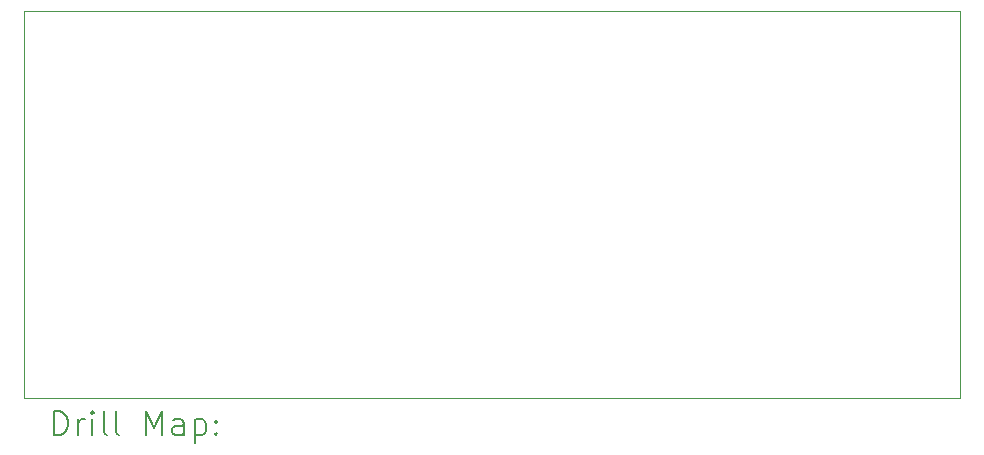
<source format=gbr>
%TF.GenerationSoftware,KiCad,Pcbnew,7.0.8*%
%TF.CreationDate,2023-12-22T21:50:36-07:00*%
%TF.ProjectId,Sandbox,53616e64-626f-4782-9e6b-696361645f70,rev?*%
%TF.SameCoordinates,Original*%
%TF.FileFunction,Drillmap*%
%TF.FilePolarity,Positive*%
%FSLAX45Y45*%
G04 Gerber Fmt 4.5, Leading zero omitted, Abs format (unit mm)*
G04 Created by KiCad (PCBNEW 7.0.8) date 2023-12-22 21:50:36*
%MOMM*%
%LPD*%
G01*
G04 APERTURE LIST*
%ADD10C,0.100000*%
%ADD11C,0.200000*%
G04 APERTURE END LIST*
D10*
X65875000Y-43025000D02*
X73800000Y-43025000D01*
X73800000Y-46300000D01*
X65875000Y-46300000D01*
X65875000Y-43025000D01*
D11*
X66130777Y-46616484D02*
X66130777Y-46416484D01*
X66130777Y-46416484D02*
X66178396Y-46416484D01*
X66178396Y-46416484D02*
X66206967Y-46426008D01*
X66206967Y-46426008D02*
X66226015Y-46445055D01*
X66226015Y-46445055D02*
X66235539Y-46464103D01*
X66235539Y-46464103D02*
X66245062Y-46502198D01*
X66245062Y-46502198D02*
X66245062Y-46530769D01*
X66245062Y-46530769D02*
X66235539Y-46568865D01*
X66235539Y-46568865D02*
X66226015Y-46587912D01*
X66226015Y-46587912D02*
X66206967Y-46606960D01*
X66206967Y-46606960D02*
X66178396Y-46616484D01*
X66178396Y-46616484D02*
X66130777Y-46616484D01*
X66330777Y-46616484D02*
X66330777Y-46483150D01*
X66330777Y-46521246D02*
X66340301Y-46502198D01*
X66340301Y-46502198D02*
X66349824Y-46492674D01*
X66349824Y-46492674D02*
X66368872Y-46483150D01*
X66368872Y-46483150D02*
X66387920Y-46483150D01*
X66454586Y-46616484D02*
X66454586Y-46483150D01*
X66454586Y-46416484D02*
X66445062Y-46426008D01*
X66445062Y-46426008D02*
X66454586Y-46435531D01*
X66454586Y-46435531D02*
X66464110Y-46426008D01*
X66464110Y-46426008D02*
X66454586Y-46416484D01*
X66454586Y-46416484D02*
X66454586Y-46435531D01*
X66578396Y-46616484D02*
X66559348Y-46606960D01*
X66559348Y-46606960D02*
X66549824Y-46587912D01*
X66549824Y-46587912D02*
X66549824Y-46416484D01*
X66683158Y-46616484D02*
X66664110Y-46606960D01*
X66664110Y-46606960D02*
X66654586Y-46587912D01*
X66654586Y-46587912D02*
X66654586Y-46416484D01*
X66911729Y-46616484D02*
X66911729Y-46416484D01*
X66911729Y-46416484D02*
X66978396Y-46559341D01*
X66978396Y-46559341D02*
X67045062Y-46416484D01*
X67045062Y-46416484D02*
X67045062Y-46616484D01*
X67226015Y-46616484D02*
X67226015Y-46511722D01*
X67226015Y-46511722D02*
X67216491Y-46492674D01*
X67216491Y-46492674D02*
X67197444Y-46483150D01*
X67197444Y-46483150D02*
X67159348Y-46483150D01*
X67159348Y-46483150D02*
X67140301Y-46492674D01*
X67226015Y-46606960D02*
X67206967Y-46616484D01*
X67206967Y-46616484D02*
X67159348Y-46616484D01*
X67159348Y-46616484D02*
X67140301Y-46606960D01*
X67140301Y-46606960D02*
X67130777Y-46587912D01*
X67130777Y-46587912D02*
X67130777Y-46568865D01*
X67130777Y-46568865D02*
X67140301Y-46549817D01*
X67140301Y-46549817D02*
X67159348Y-46540293D01*
X67159348Y-46540293D02*
X67206967Y-46540293D01*
X67206967Y-46540293D02*
X67226015Y-46530769D01*
X67321253Y-46483150D02*
X67321253Y-46683150D01*
X67321253Y-46492674D02*
X67340301Y-46483150D01*
X67340301Y-46483150D02*
X67378396Y-46483150D01*
X67378396Y-46483150D02*
X67397444Y-46492674D01*
X67397444Y-46492674D02*
X67406967Y-46502198D01*
X67406967Y-46502198D02*
X67416491Y-46521246D01*
X67416491Y-46521246D02*
X67416491Y-46578388D01*
X67416491Y-46578388D02*
X67406967Y-46597436D01*
X67406967Y-46597436D02*
X67397444Y-46606960D01*
X67397444Y-46606960D02*
X67378396Y-46616484D01*
X67378396Y-46616484D02*
X67340301Y-46616484D01*
X67340301Y-46616484D02*
X67321253Y-46606960D01*
X67502205Y-46597436D02*
X67511729Y-46606960D01*
X67511729Y-46606960D02*
X67502205Y-46616484D01*
X67502205Y-46616484D02*
X67492682Y-46606960D01*
X67492682Y-46606960D02*
X67502205Y-46597436D01*
X67502205Y-46597436D02*
X67502205Y-46616484D01*
X67502205Y-46492674D02*
X67511729Y-46502198D01*
X67511729Y-46502198D02*
X67502205Y-46511722D01*
X67502205Y-46511722D02*
X67492682Y-46502198D01*
X67492682Y-46502198D02*
X67502205Y-46492674D01*
X67502205Y-46492674D02*
X67502205Y-46511722D01*
M02*

</source>
